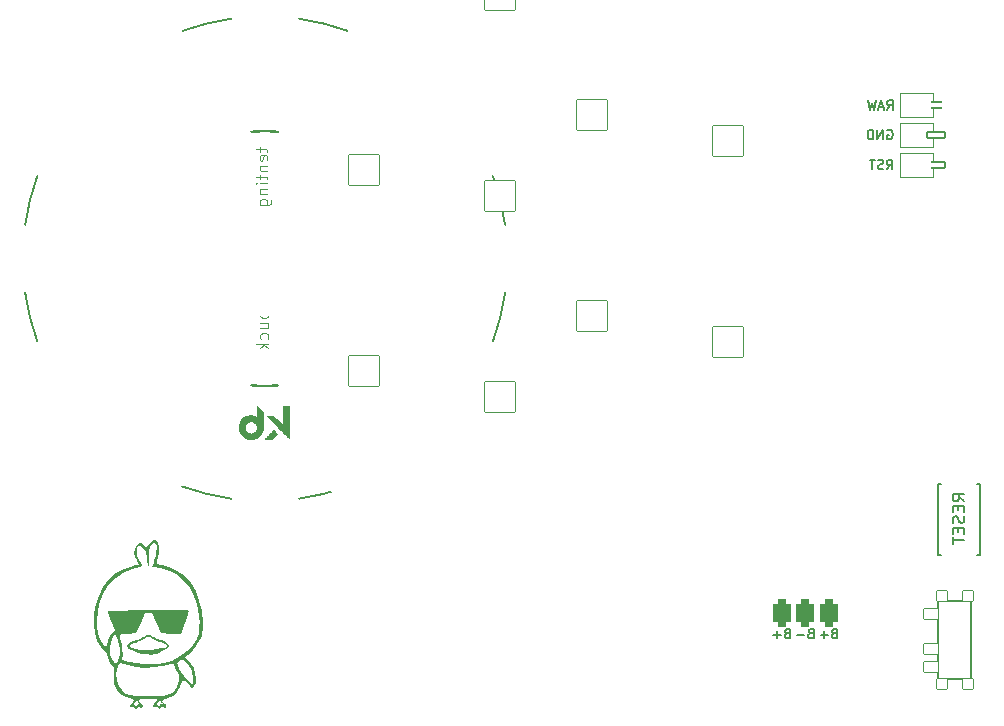
<source format=gbo>
%TF.GenerationSoftware,KiCad,Pcbnew,(6.0.4)*%
%TF.CreationDate,2022-05-12T20:10:23+02:00*%
%TF.ProjectId,battoota,62617474-6f6f-4746-912e-6b696361645f,v1.0.0*%
%TF.SameCoordinates,Original*%
%TF.FileFunction,Legend,Bot*%
%TF.FilePolarity,Positive*%
%FSLAX46Y46*%
G04 Gerber Fmt 4.6, Leading zero omitted, Abs format (unit mm)*
G04 Created by KiCad (PCBNEW (6.0.4)) date 2022-05-12 20:10:23*
%MOMM*%
%LPD*%
G01*
G04 APERTURE LIST*
G04 Aperture macros list*
%AMRoundRect*
0 Rectangle with rounded corners*
0 $1 Rounding radius*
0 $2 $3 $4 $5 $6 $7 $8 $9 X,Y pos of 4 corners*
0 Add a 4 corners polygon primitive as box body*
4,1,4,$2,$3,$4,$5,$6,$7,$8,$9,$2,$3,0*
0 Add four circle primitives for the rounded corners*
1,1,$1+$1,$2,$3*
1,1,$1+$1,$4,$5*
1,1,$1+$1,$6,$7*
1,1,$1+$1,$8,$9*
0 Add four rect primitives between the rounded corners*
20,1,$1+$1,$2,$3,$4,$5,0*
20,1,$1+$1,$4,$5,$6,$7,0*
20,1,$1+$1,$6,$7,$8,$9,0*
20,1,$1+$1,$8,$9,$2,$3,0*%
%AMFreePoly0*
4,1,16,0.685355,0.785355,0.700000,0.750000,0.691603,0.722265,0.210093,0.000000,0.691603,-0.722265,0.699029,-0.759806,0.677735,-0.791603,0.650000,-0.800000,-0.500000,-0.800000,-0.535355,-0.785355,-0.550000,-0.750000,-0.550000,0.750000,-0.535355,0.785355,-0.500000,0.800000,0.650000,0.800000,0.685355,0.785355,0.685355,0.785355,$1*%
%AMFreePoly1*
4,1,16,0.535355,0.785355,0.550000,0.750000,0.550000,-0.750000,0.535355,-0.785355,0.500000,-0.800000,-0.500000,-0.800000,-0.535355,-0.785355,-0.541603,-0.777735,-1.041603,-0.027735,-1.049029,0.009806,-1.041603,0.027735,-0.541603,0.777735,-0.509806,0.799029,-0.500000,0.800000,0.500000,0.800000,0.535355,0.785355,0.535355,0.785355,$1*%
G04 Aperture macros list end*
%ADD10C,0.150000*%
%ADD11C,0.100000*%
%ADD12C,0.120000*%
%ADD13C,0.200000*%
%ADD14C,0.010000*%
%ADD15RoundRect,0.375000X-0.375000X-0.750000X0.375000X-0.750000X0.375000X0.750000X-0.375000X0.750000X0*%
%ADD16C,1.752600*%
%ADD17RoundRect,0.425000X-0.375000X-0.750000X0.375000X-0.750000X0.375000X0.750000X-0.375000X0.750000X0*%
%ADD18C,2.100000*%
%ADD19C,3.100000*%
%ADD20C,1.801800*%
%ADD21C,3.529000*%
%ADD22RoundRect,0.050000X-1.054507X-1.505993X1.505993X-1.054507X1.054507X1.505993X-1.505993X1.054507X0*%
%ADD23C,2.132000*%
%ADD24RoundRect,0.050000X-1.181751X-1.408356X1.408356X-1.181751X1.181751X1.408356X-1.408356X1.181751X0*%
%ADD25RoundRect,0.050000X-1.300000X-1.300000X1.300000X-1.300000X1.300000X1.300000X-1.300000X1.300000X0*%
%ADD26RoundRect,0.050000X-1.775833X-0.475833X0.475833X-1.775833X1.775833X0.475833X-0.475833X1.775833X0*%
%ADD27RoundRect,0.050000X-0.450000X0.450000X-0.450000X-0.450000X0.450000X-0.450000X0.450000X0.450000X0*%
%ADD28C,1.100000*%
%ADD29RoundRect,0.050000X-0.625000X0.450000X-0.625000X-0.450000X0.625000X-0.450000X0.625000X0.450000X0*%
%ADD30RoundRect,0.050000X-0.863113X-1.623279X1.623279X-0.863113X0.863113X1.623279X-1.623279X0.863113X0*%
%ADD31RoundRect,0.050000X-1.592168X-0.919239X0.919239X-1.592168X1.592168X0.919239X-0.919239X1.592168X0*%
%ADD32C,1.852600*%
%ADD33FreePoly0,180.000000*%
%ADD34RoundRect,0.050000X-0.762000X0.250000X-0.762000X-0.250000X0.762000X-0.250000X0.762000X0.250000X0*%
%ADD35FreePoly1,180.000000*%
%ADD36C,4.500000*%
G04 APERTURE END LIST*
D10*
%TO.C,PAD1*%
X151983491Y56420824D02*
X151869205Y56382729D01*
X151831110Y56344634D01*
X151793015Y56268443D01*
X151793015Y56154158D01*
X151831110Y56077967D01*
X151869205Y56039872D01*
X151945396Y56001777D01*
X152250157Y56001777D01*
X152250157Y56801777D01*
X151983491Y56801777D01*
X151907300Y56763682D01*
X151869205Y56725586D01*
X151831110Y56649396D01*
X151831110Y56573205D01*
X151869205Y56497015D01*
X151907300Y56458920D01*
X151983491Y56420824D01*
X152250157Y56420824D01*
X151450157Y56306539D02*
X150840634Y56306539D01*
X151145396Y56001777D02*
X151145396Y56611301D01*
X147983491Y56420824D02*
X147869205Y56382729D01*
X147831110Y56344634D01*
X147793015Y56268443D01*
X147793015Y56154158D01*
X147831110Y56077967D01*
X147869205Y56039872D01*
X147945396Y56001777D01*
X148250157Y56001777D01*
X148250157Y56801777D01*
X147983491Y56801777D01*
X147907300Y56763682D01*
X147869205Y56725586D01*
X147831110Y56649396D01*
X147831110Y56573205D01*
X147869205Y56497015D01*
X147907300Y56458920D01*
X147983491Y56420824D01*
X148250157Y56420824D01*
X147450157Y56306539D02*
X146840634Y56306539D01*
X147145396Y56001777D02*
X147145396Y56611301D01*
X149983491Y56420824D02*
X149869205Y56382729D01*
X149831110Y56344634D01*
X149793015Y56268443D01*
X149793015Y56154158D01*
X149831110Y56077967D01*
X149869205Y56039872D01*
X149945396Y56001777D01*
X150250157Y56001777D01*
X150250157Y56801777D01*
X149983491Y56801777D01*
X149907300Y56763682D01*
X149869205Y56725586D01*
X149831110Y56649396D01*
X149831110Y56573205D01*
X149869205Y56497015D01*
X149907300Y56458920D01*
X149983491Y56420824D01*
X150250157Y56420824D01*
X149450157Y56306539D02*
X148840634Y56306539D01*
%TO.C,B1*%
X163012380Y67619380D02*
X162536190Y67952714D01*
X163012380Y68190809D02*
X162012380Y68190809D01*
X162012380Y67809857D01*
X162060000Y67714619D01*
X162107619Y67667000D01*
X162202857Y67619380D01*
X162345714Y67619380D01*
X162440952Y67667000D01*
X162488571Y67714619D01*
X162536190Y67809857D01*
X162536190Y68190809D01*
X162488571Y67190809D02*
X162488571Y66857476D01*
X163012380Y66714619D02*
X163012380Y67190809D01*
X162012380Y67190809D01*
X162012380Y66714619D01*
X162964761Y66333666D02*
X163012380Y66190809D01*
X163012380Y65952714D01*
X162964761Y65857476D01*
X162917142Y65809857D01*
X162821904Y65762238D01*
X162726666Y65762238D01*
X162631428Y65809857D01*
X162583809Y65857476D01*
X162536190Y65952714D01*
X162488571Y66143190D01*
X162440952Y66238428D01*
X162393333Y66286047D01*
X162298095Y66333666D01*
X162202857Y66333666D01*
X162107619Y66286047D01*
X162060000Y66238428D01*
X162012380Y66143190D01*
X162012380Y65905095D01*
X162060000Y65762238D01*
X162488571Y65333666D02*
X162488571Y65000333D01*
X163012380Y64857476D02*
X163012380Y65333666D01*
X162012380Y65333666D01*
X162012380Y64857476D01*
X162012380Y64571761D02*
X162012380Y64000333D01*
X163012380Y64286047D02*
X162012380Y64286047D01*
%TO.C,MCU1*%
X156461797Y100746264D02*
X156728464Y101127216D01*
X156918940Y100746264D02*
X156918940Y101546264D01*
X156614178Y101546264D01*
X156537988Y101508169D01*
X156499893Y101470073D01*
X156461797Y101393883D01*
X156461797Y101279597D01*
X156499893Y101203407D01*
X156537988Y101165311D01*
X156614178Y101127216D01*
X156918940Y101127216D01*
X156157036Y100974835D02*
X155776083Y100974835D01*
X156233226Y100746264D02*
X155966559Y101546264D01*
X155699893Y100746264D01*
X155509417Y101546264D02*
X155318940Y100746264D01*
X155166559Y101317692D01*
X155014178Y100746264D01*
X154823702Y101546264D01*
X156424534Y95708696D02*
X156691200Y96089648D01*
X156881677Y95708696D02*
X156881677Y96508696D01*
X156576915Y96508696D01*
X156500724Y96470601D01*
X156462629Y96432505D01*
X156424534Y96356315D01*
X156424534Y96242029D01*
X156462629Y96165839D01*
X156500724Y96127743D01*
X156576915Y96089648D01*
X156881677Y96089648D01*
X156119772Y95746791D02*
X156005486Y95708696D01*
X155815010Y95708696D01*
X155738819Y95746791D01*
X155700724Y95784886D01*
X155662629Y95861077D01*
X155662629Y95937267D01*
X155700724Y96013458D01*
X155738819Y96051553D01*
X155815010Y96089648D01*
X155967391Y96127743D01*
X156043581Y96165839D01*
X156081677Y96203934D01*
X156119772Y96280124D01*
X156119772Y96356315D01*
X156081677Y96432505D01*
X156043581Y96470601D01*
X155967391Y96508696D01*
X155776915Y96508696D01*
X155662629Y96470601D01*
X155434058Y96508696D02*
X154976915Y96508696D01*
X155205486Y95708696D02*
X155205486Y96508696D01*
X156481677Y99010601D02*
X156557868Y99048696D01*
X156672154Y99048696D01*
X156786439Y99010601D01*
X156862630Y98934410D01*
X156900725Y98858220D01*
X156938820Y98705839D01*
X156938820Y98591553D01*
X156900725Y98439172D01*
X156862630Y98362981D01*
X156786439Y98286791D01*
X156672154Y98248696D01*
X156595963Y98248696D01*
X156481677Y98286791D01*
X156443582Y98324886D01*
X156443582Y98591553D01*
X156595963Y98591553D01*
X156100725Y98248696D02*
X156100725Y99048696D01*
X155643582Y98248696D01*
X155643582Y99048696D01*
X155262630Y98248696D02*
X155262630Y99048696D01*
X155072154Y99048696D01*
X154957868Y99010601D01*
X154881677Y98934410D01*
X154843582Y98858220D01*
X154805487Y98705839D01*
X154805487Y98591553D01*
X154843582Y98439172D01*
X154881677Y98362981D01*
X154957868Y98286791D01*
X155072154Y98248696D01*
X155262630Y98248696D01*
D11*
%TO.C,REF\u002A\u002A*%
X103328934Y97562927D02*
X103328934Y97181974D01*
X102995600Y97420069D02*
X103852743Y97420069D01*
X103947981Y97372450D01*
X103995600Y97277212D01*
X103995600Y97181974D01*
X103947981Y96467688D02*
X103995600Y96562927D01*
X103995600Y96753403D01*
X103947981Y96848641D01*
X103852743Y96896260D01*
X103471791Y96896260D01*
X103376553Y96848641D01*
X103328934Y96753403D01*
X103328934Y96562927D01*
X103376553Y96467688D01*
X103471791Y96420069D01*
X103567029Y96420069D01*
X103662267Y96896260D01*
X103328934Y95991498D02*
X103995600Y95991498D01*
X103424172Y95991498D02*
X103376553Y95943879D01*
X103328934Y95848641D01*
X103328934Y95705784D01*
X103376553Y95610546D01*
X103471791Y95562927D01*
X103995600Y95562927D01*
X103328934Y95229593D02*
X103328934Y94848641D01*
X102995600Y95086736D02*
X103852743Y95086736D01*
X103947981Y95039117D01*
X103995600Y94943879D01*
X103995600Y94848641D01*
X103995600Y94515307D02*
X103328934Y94515307D01*
X102995600Y94515307D02*
X103043220Y94562927D01*
X103090839Y94515307D01*
X103043220Y94467688D01*
X102995600Y94515307D01*
X103090839Y94515307D01*
X103328934Y94039117D02*
X103995600Y94039117D01*
X103424172Y94039117D02*
X103376553Y93991498D01*
X103328934Y93896260D01*
X103328934Y93753403D01*
X103376553Y93658165D01*
X103471791Y93610546D01*
X103995600Y93610546D01*
X103328934Y92705784D02*
X104138458Y92705784D01*
X104233696Y92753403D01*
X104281315Y92801022D01*
X104328934Y92896260D01*
X104328934Y93039117D01*
X104281315Y93134355D01*
X103947981Y92705784D02*
X103995600Y92801022D01*
X103995600Y92991498D01*
X103947981Y93086736D01*
X103900362Y93134355D01*
X103805124Y93181974D01*
X103519410Y93181974D01*
X103424172Y93134355D01*
X103376553Y93086736D01*
X103328934Y92991498D01*
X103328934Y92801022D01*
X103376553Y92705784D01*
X103392434Y83608927D02*
X104392434Y83608927D01*
X103440053Y83608927D02*
X103392434Y83513688D01*
X103392434Y83323212D01*
X103440053Y83227974D01*
X103487672Y83180355D01*
X103582910Y83132736D01*
X103868624Y83132736D01*
X103963862Y83180355D01*
X104011481Y83227974D01*
X104059100Y83323212D01*
X104059100Y83513688D01*
X104011481Y83608927D01*
X103392434Y82275593D02*
X104059100Y82275593D01*
X103392434Y82704165D02*
X103916243Y82704165D01*
X104011481Y82656546D01*
X104059100Y82561307D01*
X104059100Y82418450D01*
X104011481Y82323212D01*
X103963862Y82275593D01*
X104011481Y81370831D02*
X104059100Y81466069D01*
X104059100Y81656546D01*
X104011481Y81751784D01*
X103963862Y81799403D01*
X103868624Y81847022D01*
X103582910Y81847022D01*
X103487672Y81799403D01*
X103440053Y81751784D01*
X103392434Y81656546D01*
X103392434Y81466069D01*
X103440053Y81370831D01*
X104059100Y80942260D02*
X103059100Y80942260D01*
X103678148Y80847022D02*
X104059100Y80561307D01*
X103392434Y80561307D02*
X103773386Y80942260D01*
D10*
%TO.C,B1*%
X164310000Y63040000D02*
X164060000Y63040000D01*
X164310000Y69040000D02*
X164310000Y63040000D01*
X160810000Y69040000D02*
X161060000Y69040000D01*
X161060000Y63040000D02*
X160810000Y63040000D01*
X160810000Y63040000D02*
X160810000Y69040000D01*
X164060000Y69040000D02*
X164310000Y69040000D01*
%TO.C,T2*%
X163592148Y53899495D02*
X163592148Y57799495D01*
X160742148Y52549495D02*
X163592148Y52549495D01*
X163592148Y59149495D02*
X160742148Y59149495D01*
X160742148Y59149495D02*
X160742148Y52549495D01*
X163592148Y55849495D02*
X163592148Y59149495D01*
X163592148Y55849495D02*
X163592148Y52549495D01*
D12*
%TO.C,MCU1*%
X160318690Y98922542D02*
X160318690Y99602542D01*
X160318690Y95062542D02*
X160318690Y95722542D01*
X160318690Y102142542D02*
X157518690Y102142542D01*
X157518690Y102142542D02*
X157518690Y100142542D01*
X160318690Y96397542D02*
X160318690Y97062542D01*
X157518690Y95062542D02*
X160318690Y95062542D01*
X160318690Y100142542D02*
X160318690Y100822542D01*
X157518690Y97062542D02*
X157518690Y95062542D01*
X160318690Y99602542D02*
X157518690Y99602542D01*
X160318690Y97062542D02*
X157518690Y97062542D01*
X160318690Y101472542D02*
X160318690Y102142542D01*
X160318690Y97602542D02*
X160318690Y98272542D01*
X157518690Y99602542D02*
X157518690Y97602542D01*
X157518690Y97602542D02*
X160318690Y97602542D01*
X157518690Y100142542D02*
X160318690Y100142542D01*
D13*
%TO.C,REF\u002A\u002A*%
X103797220Y77346426D02*
G75*
G03*
X104925605Y77405563I0J10794901D01*
G01*
X103715684Y98963368D02*
G75*
G03*
X102587299Y98904232I-6J-10794921D01*
G01*
X84511085Y95149471D02*
G75*
G03*
X83477220Y90998927I19286255J-7008074D01*
G01*
X104925605Y98877290D02*
G75*
G03*
X103797220Y98936427I-1128385J-10735763D01*
G01*
X102668835Y77405563D02*
G75*
G03*
X103797220Y77346427I1128379J10735785D01*
G01*
X110805269Y107427560D02*
G75*
G03*
X106654720Y108461427I-7008049J-19286133D01*
G01*
X123083354Y81133379D02*
G75*
G03*
X124117220Y85283927I-19286134J7008048D01*
G01*
X104844069Y98904232D02*
G75*
G03*
X103715684Y98963368I-1128379J-10735785D01*
G01*
X96789175Y68855292D02*
G75*
G03*
X100939720Y67821427I7008045J19286135D01*
G01*
X106654720Y67821427D02*
G75*
G03*
X110805265Y68855292I-2857506J20320019D01*
G01*
X83477219Y85283927D02*
G75*
G03*
X84511085Y81133381I20320001J2857500D01*
G01*
X100939720Y108461428D02*
G75*
G03*
X96789174Y107427562I2857500J-20320001D01*
G01*
X103715684Y77373368D02*
G75*
G03*
X104844069Y77432504I6J10794921D01*
G01*
X102587299Y77432504D02*
G75*
G03*
X103715684Y77373368I1128379J10735785D01*
G01*
X124117220Y90998927D02*
G75*
G03*
X123083354Y95149475I-20320000J-2857500D01*
G01*
X103797220Y98936427D02*
G75*
G03*
X102668835Y98877291I-6J-10794921D01*
G01*
G36*
X105796636Y72942012D02*
G01*
X105705792Y73034288D01*
X105692011Y73048284D01*
X105660150Y73080637D01*
X105614203Y73127291D01*
X105555387Y73187009D01*
X105484920Y73258554D01*
X105404021Y73340691D01*
X105313906Y73432184D01*
X105215794Y73531795D01*
X105110902Y73638288D01*
X105000448Y73750428D01*
X104885649Y73866977D01*
X104767724Y73986700D01*
X103920500Y74846837D01*
X104208868Y74849930D01*
X104497236Y74853024D01*
X105300182Y74050324D01*
X105300182Y75683882D01*
X105796636Y75683882D01*
X105796636Y72942012D01*
G37*
D14*
X105796636Y72942012D02*
X105705792Y73034288D01*
X105692011Y73048284D01*
X105660150Y73080637D01*
X105614203Y73127291D01*
X105555387Y73187009D01*
X105484920Y73258554D01*
X105404021Y73340691D01*
X105313906Y73432184D01*
X105215794Y73531795D01*
X105110902Y73638288D01*
X105000448Y73750428D01*
X104885649Y73866977D01*
X104767724Y73986700D01*
X103920500Y74846837D01*
X104208868Y74849930D01*
X104497236Y74853024D01*
X105300182Y74050324D01*
X105300182Y75683882D01*
X105796636Y75683882D01*
X105796636Y72942012D01*
G36*
X103593401Y73738004D02*
G01*
X103590788Y73709609D01*
X103581919Y73663159D01*
X103544366Y73535999D01*
X103489200Y73410136D01*
X103419508Y73291954D01*
X103338377Y73187834D01*
X103329983Y73178668D01*
X103221671Y73078342D01*
X103099251Y72994345D01*
X102966078Y72928366D01*
X102825510Y72882091D01*
X102680902Y72857210D01*
X102580656Y72852727D01*
X102432235Y72864126D01*
X102288816Y72896379D01*
X102152580Y72948402D01*
X102025705Y73019116D01*
X101910372Y73107438D01*
X101808759Y73212287D01*
X101723047Y73332580D01*
X101665792Y73439499D01*
X101612647Y73578735D01*
X101581291Y73723299D01*
X101574787Y73819663D01*
X102070026Y73819663D01*
X102070308Y73814373D01*
X102074626Y73759070D01*
X102081983Y73716778D01*
X102094628Y73678170D01*
X102114809Y73633924D01*
X102136297Y73595597D01*
X102177782Y73536803D01*
X102225839Y73481347D01*
X102275162Y73435153D01*
X102320448Y73404149D01*
X102336615Y73396373D01*
X102377520Y73379013D01*
X102420517Y73362927D01*
X102493344Y73343639D01*
X102597045Y73335118D01*
X102698586Y73347912D01*
X102795372Y73381044D01*
X102884804Y73433537D01*
X102964285Y73504414D01*
X103031219Y73592697D01*
X103059873Y73646842D01*
X103090305Y73740861D01*
X103100877Y73838410D01*
X103092571Y73936358D01*
X103066369Y74031571D01*
X103023256Y74120918D01*
X102964213Y74201264D01*
X102890223Y74269478D01*
X102802271Y74322427D01*
X102788268Y74328713D01*
X102689922Y74359338D01*
X102588570Y74369520D01*
X102487666Y74360200D01*
X102390667Y74332322D01*
X102301031Y74286826D01*
X102222214Y74224656D01*
X102157672Y74146752D01*
X102139902Y74118223D01*
X102096250Y74024800D01*
X102073394Y73926908D01*
X102070026Y73819663D01*
X101574787Y73819663D01*
X101571000Y73875777D01*
X101574561Y73965447D01*
X101597242Y74115726D01*
X101639994Y74257695D01*
X101701804Y74389680D01*
X101781662Y74510005D01*
X101878556Y74616994D01*
X101991476Y74708974D01*
X102119409Y74784267D01*
X102189260Y74816906D01*
X102264398Y74846123D01*
X102336050Y74865615D01*
X102412533Y74877552D01*
X102502168Y74884104D01*
X102519980Y74884772D01*
X102659181Y74878334D01*
X102789564Y74850658D01*
X102911780Y74801554D01*
X103026477Y74730832D01*
X103050611Y74713630D01*
X103075457Y74697287D01*
X103087888Y74690973D01*
X103088796Y74695003D01*
X103090245Y74718810D01*
X103091572Y74761933D01*
X103092741Y74822008D01*
X103093717Y74896670D01*
X103094467Y74983556D01*
X103094956Y75080301D01*
X103095148Y75184541D01*
X103095296Y75678109D01*
X103603000Y75168083D01*
X103602913Y74476369D01*
X103602910Y74464633D01*
X103602649Y74314159D01*
X103601985Y74176887D01*
X103600941Y74054231D01*
X103599538Y73947602D01*
X103597799Y73858413D01*
X103597215Y73838410D01*
X103595746Y73788076D01*
X103593401Y73738004D01*
G37*
X103593401Y73738004D02*
X103590788Y73709609D01*
X103581919Y73663159D01*
X103544366Y73535999D01*
X103489200Y73410136D01*
X103419508Y73291954D01*
X103338377Y73187834D01*
X103329983Y73178668D01*
X103221671Y73078342D01*
X103099251Y72994345D01*
X102966078Y72928366D01*
X102825510Y72882091D01*
X102680902Y72857210D01*
X102580656Y72852727D01*
X102432235Y72864126D01*
X102288816Y72896379D01*
X102152580Y72948402D01*
X102025705Y73019116D01*
X101910372Y73107438D01*
X101808759Y73212287D01*
X101723047Y73332580D01*
X101665792Y73439499D01*
X101612647Y73578735D01*
X101581291Y73723299D01*
X101574787Y73819663D01*
X102070026Y73819663D01*
X102070308Y73814373D01*
X102074626Y73759070D01*
X102081983Y73716778D01*
X102094628Y73678170D01*
X102114809Y73633924D01*
X102136297Y73595597D01*
X102177782Y73536803D01*
X102225839Y73481347D01*
X102275162Y73435153D01*
X102320448Y73404149D01*
X102336615Y73396373D01*
X102377520Y73379013D01*
X102420517Y73362927D01*
X102493344Y73343639D01*
X102597045Y73335118D01*
X102698586Y73347912D01*
X102795372Y73381044D01*
X102884804Y73433537D01*
X102964285Y73504414D01*
X103031219Y73592697D01*
X103059873Y73646842D01*
X103090305Y73740861D01*
X103100877Y73838410D01*
X103092571Y73936358D01*
X103066369Y74031571D01*
X103023256Y74120918D01*
X102964213Y74201264D01*
X102890223Y74269478D01*
X102802271Y74322427D01*
X102788268Y74328713D01*
X102689922Y74359338D01*
X102588570Y74369520D01*
X102487666Y74360200D01*
X102390667Y74332322D01*
X102301031Y74286826D01*
X102222214Y74224656D01*
X102157672Y74146752D01*
X102139902Y74118223D01*
X102096250Y74024800D01*
X102073394Y73926908D01*
X102070026Y73819663D01*
X101574787Y73819663D01*
X101571000Y73875777D01*
X101574561Y73965447D01*
X101597242Y74115726D01*
X101639994Y74257695D01*
X101701804Y74389680D01*
X101781662Y74510005D01*
X101878556Y74616994D01*
X101991476Y74708974D01*
X102119409Y74784267D01*
X102189260Y74816906D01*
X102264398Y74846123D01*
X102336050Y74865615D01*
X102412533Y74877552D01*
X102502168Y74884104D01*
X102519980Y74884772D01*
X102659181Y74878334D01*
X102789564Y74850658D01*
X102911780Y74801554D01*
X103026477Y74730832D01*
X103050611Y74713630D01*
X103075457Y74697287D01*
X103087888Y74690973D01*
X103088796Y74695003D01*
X103090245Y74718810D01*
X103091572Y74761933D01*
X103092741Y74822008D01*
X103093717Y74896670D01*
X103094467Y74983556D01*
X103094956Y75080301D01*
X103095148Y75184541D01*
X103095296Y75678109D01*
X103603000Y75168083D01*
X103602913Y74476369D01*
X103602910Y74464633D01*
X103602649Y74314159D01*
X103601985Y74176887D01*
X103600941Y74054231D01*
X103599538Y73947602D01*
X103597799Y73858413D01*
X103597215Y73838410D01*
X103595746Y73788076D01*
X103593401Y73738004D01*
G36*
X104502868Y73651699D02*
G01*
X104515097Y73641651D01*
X104540579Y73618031D01*
X104576726Y73583318D01*
X104620950Y73539993D01*
X104670663Y73490538D01*
X104831698Y73329194D01*
X104797816Y73291379D01*
X104794639Y73287887D01*
X104772771Y73264678D01*
X104738425Y73228932D01*
X104694609Y73183752D01*
X104644326Y73132239D01*
X104590584Y73077496D01*
X104417234Y72901427D01*
X103797220Y72901427D01*
X103825521Y72935062D01*
X103827814Y72937753D01*
X103848482Y72960982D01*
X103881240Y72996822D01*
X103924100Y73043167D01*
X103975072Y73097910D01*
X104032168Y73158945D01*
X104093398Y73224164D01*
X104156773Y73291462D01*
X104220306Y73358732D01*
X104282005Y73423867D01*
X104339884Y73484761D01*
X104391951Y73539307D01*
X104436220Y73585399D01*
X104470699Y73620930D01*
X104493402Y73643793D01*
X104502337Y73651882D01*
X104502868Y73651699D01*
G37*
X104502868Y73651699D02*
X104515097Y73641651D01*
X104540579Y73618031D01*
X104576726Y73583318D01*
X104620950Y73539993D01*
X104670663Y73490538D01*
X104831698Y73329194D01*
X104797816Y73291379D01*
X104794639Y73287887D01*
X104772771Y73264678D01*
X104738425Y73228932D01*
X104694609Y73183752D01*
X104644326Y73132239D01*
X104590584Y73077496D01*
X104417234Y72901427D01*
X103797220Y72901427D01*
X103825521Y72935062D01*
X103827814Y72937753D01*
X103848482Y72960982D01*
X103881240Y72996822D01*
X103924100Y73043167D01*
X103975072Y73097910D01*
X104032168Y73158945D01*
X104093398Y73224164D01*
X104156773Y73291462D01*
X104220306Y73358732D01*
X104282005Y73423867D01*
X104339884Y73484761D01*
X104391951Y73539307D01*
X104436220Y73585399D01*
X104470699Y73620930D01*
X104493402Y73643793D01*
X104502337Y73651882D01*
X104502868Y73651699D01*
%TO.C,G\u002A\u002A\u002A*%
G36*
X94630151Y54707570D02*
G01*
X94396858Y54643258D01*
X94146747Y54624050D01*
X93810667Y54635225D01*
X93526219Y54656367D01*
X93256312Y54699910D01*
X93120476Y54741218D01*
X93661943Y54741218D01*
X93712212Y54724332D01*
X93895333Y54717727D01*
X94019582Y54720197D01*
X94125956Y54733481D01*
X94085833Y54754419D01*
X93951551Y54768426D01*
X93704833Y54754419D01*
X93661943Y54741218D01*
X93120476Y54741218D01*
X92994058Y54779662D01*
X92876275Y54830486D01*
X94341597Y54830486D01*
X94342908Y54801584D01*
X94452722Y54786018D01*
X94535945Y54799576D01*
X94503875Y54837170D01*
X94454914Y54850698D01*
X94341597Y54830486D01*
X92876275Y54830486D01*
X92687996Y54911729D01*
X92286667Y55112217D01*
X92208282Y55183879D01*
X92132425Y55360900D01*
X92132991Y55368759D01*
X92339283Y55368759D01*
X92397983Y55253540D01*
X92625333Y55143946D01*
X92847118Y55090411D01*
X93223604Y55048327D01*
X93664575Y55034937D01*
X94131166Y55047895D01*
X94584513Y55084850D01*
X94985752Y55143456D01*
X95296017Y55221363D01*
X95476445Y55316223D01*
X95492870Y55337106D01*
X95467648Y55440963D01*
X95285368Y55554542D01*
X94955354Y55671486D01*
X94780003Y55729272D01*
X94492971Y55850367D01*
X94290142Y55968931D01*
X94063133Y56096450D01*
X93778078Y56113650D01*
X93516467Y55966671D01*
X93392165Y55880634D01*
X93135190Y55755590D01*
X92833677Y55645696D01*
X92725675Y55610865D01*
X92448694Y55488302D01*
X92339283Y55368759D01*
X92132991Y55368759D01*
X92140521Y55473243D01*
X92240681Y55587134D01*
X92471092Y55710227D01*
X92577253Y55755334D01*
X92833403Y55842614D01*
X93021004Y55878141D01*
X93048079Y55880318D01*
X93244595Y55951562D01*
X93456560Y56091667D01*
X93505819Y56131487D01*
X93779808Y56277658D01*
X94047205Y56267960D01*
X94345483Y56102867D01*
X94364727Y56089006D01*
X94645319Y55941058D01*
X94941455Y55852737D01*
X95061155Y55830092D01*
X95379092Y55717187D01*
X95594233Y55556210D01*
X95673333Y55369127D01*
X95669109Y55337106D01*
X95668339Y55331266D01*
X95588156Y55214183D01*
X95392697Y55076498D01*
X95059500Y54901081D01*
X94915777Y54831706D01*
X94841849Y54799576D01*
X94689770Y54733481D01*
X94630151Y54707570D01*
G37*
G36*
X97799442Y51985333D02*
G01*
X97620028Y51773667D01*
X97429847Y51994905D01*
X97238073Y52186204D01*
X97023991Y52353234D01*
X96808316Y52490324D01*
X96707046Y52111686D01*
X96629659Y51887333D01*
X96366231Y51462822D01*
X95994214Y51144981D01*
X95540861Y50960708D01*
X95290623Y50892245D01*
X95117737Y50798440D01*
X95105769Y50691711D01*
X95250000Y50565649D01*
X95352742Y50466672D01*
X95378027Y50400075D01*
X95419333Y50291283D01*
X95407101Y50168285D01*
X95337061Y50132079D01*
X95168231Y50205783D01*
X95044914Y50243962D01*
X94964787Y50163450D01*
X94913787Y50081950D01*
X94793044Y50046823D01*
X94691542Y50155644D01*
X94639140Y50215602D01*
X94482532Y50230436D01*
X94399061Y50222079D01*
X94322767Y50286006D01*
X94347863Y50399653D01*
X94516775Y50399653D01*
X94588529Y50406426D01*
X94675489Y50412391D01*
X94770055Y50308474D01*
X94782357Y50267625D01*
X94819397Y50234979D01*
X94870367Y50357285D01*
X94882796Y50393841D01*
X94950581Y50494172D01*
X95050721Y50451053D01*
X95122415Y50405425D01*
X95216964Y50400075D01*
X95205574Y50453346D01*
X95087918Y50542119D01*
X94978257Y50630734D01*
X94904649Y50781812D01*
X94890157Y50872713D01*
X94852119Y50800000D01*
X94777115Y50677619D01*
X94625970Y50516952D01*
X94578370Y50474588D01*
X94516775Y50399653D01*
X94347863Y50399653D01*
X94352613Y50421165D01*
X94488000Y50588333D01*
X94600721Y50708613D01*
X94657333Y50813122D01*
X94638058Y50829097D01*
X94491057Y50857605D01*
X94230892Y50877310D01*
X93895333Y50884667D01*
X93500743Y50875436D01*
X93243987Y50841712D01*
X93133063Y50776462D01*
X93156460Y50672668D01*
X93302667Y50523312D01*
X93412249Y50398914D01*
X93435969Y50339995D01*
X93472000Y50250496D01*
X93416192Y50147763D01*
X93289393Y50129312D01*
X93172536Y50212400D01*
X93114992Y50241809D01*
X93003905Y50148900D01*
X92993052Y50134460D01*
X92887871Y50046615D01*
X92783433Y50101500D01*
X92715286Y50151084D01*
X92523733Y50207333D01*
X92469490Y50213637D01*
X92380726Y50295190D01*
X92401931Y50411615D01*
X92582325Y50411615D01*
X92641196Y50409547D01*
X92727380Y50413538D01*
X92813434Y50308474D01*
X92825393Y50257281D01*
X92862678Y50220838D01*
X92937544Y50330334D01*
X92972231Y50386915D01*
X93058980Y50448307D01*
X93188640Y50375229D01*
X93250894Y50330200D01*
X93265299Y50339995D01*
X93165277Y50463896D01*
X93025462Y50647764D01*
X92939127Y50800000D01*
X92938865Y50800718D01*
X92900071Y50877530D01*
X92886018Y50789160D01*
X92832576Y50660603D01*
X92688833Y50509234D01*
X92669500Y50494616D01*
X92582325Y50411615D01*
X92401931Y50411615D01*
X92405276Y50429982D01*
X92540667Y50565649D01*
X92631006Y50631564D01*
X92701167Y50756732D01*
X92606699Y50856951D01*
X92350167Y50927352D01*
X92337828Y50929377D01*
X91861255Y51091629D01*
X91460784Y51391861D01*
X91171089Y51804285D01*
X91087814Y51998086D01*
X91023345Y52239840D01*
X90993408Y52536258D01*
X90988903Y52944280D01*
X90988860Y52981843D01*
X91209666Y52981843D01*
X91243855Y52458080D01*
X91403259Y51986486D01*
X91675834Y51597674D01*
X92049535Y51322256D01*
X92087740Y51303624D01*
X92276097Y51225150D01*
X92480546Y51170693D01*
X92739395Y51134516D01*
X93090955Y51110884D01*
X93573535Y51094059D01*
X94144697Y51085675D01*
X94763194Y51103676D01*
X95251581Y51160229D01*
X95630819Y51261432D01*
X95921870Y51413383D01*
X96145694Y51622178D01*
X96323254Y51893915D01*
X96424529Y52130475D01*
X96506471Y52510221D01*
X96495436Y52859890D01*
X96388576Y53125717D01*
X96373639Y53146821D01*
X96266099Y53356554D01*
X96176048Y53613628D01*
X96118673Y53792155D01*
X96046930Y53880658D01*
X95944947Y53858602D01*
X95924596Y53849158D01*
X95746335Y53789770D01*
X95464680Y53713483D01*
X95130784Y53634382D01*
X95065628Y53620603D01*
X94366584Y53533659D01*
X93602673Y53530520D01*
X92846225Y53608041D01*
X92169571Y53763080D01*
X91877909Y53846803D01*
X91618710Y53880246D01*
X91452449Y53816468D01*
X91344247Y53638916D01*
X91259226Y53331036D01*
X91209666Y52981843D01*
X90988860Y52981843D01*
X90988570Y53237704D01*
X90973264Y53515229D01*
X90937135Y53672581D01*
X90876186Y53737889D01*
X90832845Y53765392D01*
X90703348Y53921409D01*
X90570098Y54152370D01*
X90466010Y54396190D01*
X90424000Y54590787D01*
X90417492Y54631718D01*
X90326503Y54805426D01*
X90162447Y54996326D01*
X90006162Y55166417D01*
X90623034Y55166417D01*
X90677891Y54610457D01*
X90712798Y54490235D01*
X90833625Y54214049D01*
X90973471Y54018144D01*
X91171612Y53832000D01*
X91324621Y54065520D01*
X91331980Y54077211D01*
X91424587Y54337259D01*
X91472045Y54698011D01*
X91473874Y55100552D01*
X91429593Y55485965D01*
X91338723Y55795333D01*
X91324513Y55826852D01*
X91220312Y56070303D01*
X91146909Y56261000D01*
X91133108Y56298654D01*
X91086548Y56353984D01*
X91015508Y56294714D01*
X90892074Y56103603D01*
X90715494Y55709602D01*
X90623034Y55166417D01*
X90006162Y55166417D01*
X89931662Y55247498D01*
X89586687Y55808695D01*
X89368912Y56467274D01*
X89280310Y57211605D01*
X89291634Y57429453D01*
X89577333Y57429453D01*
X89591598Y56996053D01*
X89672256Y56449611D01*
X89836742Y55973902D01*
X90099358Y55516515D01*
X90311877Y55203765D01*
X90454579Y55717039D01*
X90512624Y55897483D01*
X90660243Y56225386D01*
X90822024Y56455054D01*
X91046766Y56679797D01*
X90767747Y57469373D01*
X90690937Y57692082D01*
X90594480Y57991971D01*
X90535123Y58204433D01*
X90523469Y58293691D01*
X90533327Y58296156D01*
X90669931Y58305891D01*
X90952109Y58317554D01*
X91361589Y58330639D01*
X91880102Y58344643D01*
X92489378Y58359060D01*
X93171145Y58373386D01*
X93907135Y58387118D01*
X94795177Y58401149D01*
X95579608Y58409805D01*
X96208620Y58411980D01*
X96689312Y58407606D01*
X97028786Y58396614D01*
X97234143Y58378938D01*
X97312483Y58354508D01*
X97307050Y58248229D01*
X97249196Y58017387D01*
X97148276Y57697411D01*
X97014266Y57322808D01*
X96659625Y56382404D01*
X95807568Y56406369D01*
X94955512Y56430333D01*
X94261764Y58123667D01*
X93601220Y58123667D01*
X93254393Y57277000D01*
X92907567Y56430333D01*
X92164569Y56405736D01*
X92121125Y56404380D01*
X91791435Y56396045D01*
X91586381Y56374134D01*
X91487795Y56308177D01*
X91477510Y56167705D01*
X91537359Y55922247D01*
X91649173Y55541333D01*
X91717659Y55233477D01*
X91720290Y55100552D01*
X91729460Y54637344D01*
X91676032Y54199020D01*
X92256516Y54013069D01*
X92381603Y53976360D01*
X92909152Y53870313D01*
X93513967Y53806463D01*
X94136441Y53787253D01*
X94716969Y53815128D01*
X95195943Y53892532D01*
X95246688Y53909326D01*
X96351494Y53909326D01*
X96390368Y53730301D01*
X96518490Y53441811D01*
X96708946Y53115634D01*
X96933603Y52799169D01*
X97164329Y52539817D01*
X97196620Y52510221D01*
X97369582Y52351693D01*
X97543381Y52209176D01*
X97635814Y52154667D01*
X97659990Y52167971D01*
X97696983Y52296558D01*
X97704551Y52522068D01*
X97685264Y52795410D01*
X97641694Y53067490D01*
X97576409Y53289213D01*
X97523846Y53397075D01*
X97350897Y53671777D01*
X97145022Y53932562D01*
X96977735Y54111678D01*
X96854785Y54204283D01*
X96744974Y54207257D01*
X96596613Y54140169D01*
X96584045Y54133534D01*
X96419054Y54015990D01*
X96351494Y53909326D01*
X95246688Y53909326D01*
X95885072Y54120600D01*
X96577636Y54472478D01*
X97178727Y54912535D01*
X97663451Y55422255D01*
X98006911Y55983122D01*
X98086050Y56163499D01*
X98172071Y56405438D01*
X98220933Y56648424D01*
X98242355Y56948489D01*
X98246059Y57361667D01*
X98233847Y57779333D01*
X98144551Y58506649D01*
X97955106Y59186223D01*
X97649351Y59886437D01*
X97444161Y60251778D01*
X96969924Y60864119D01*
X96392712Y61346115D01*
X95704860Y61703495D01*
X94898703Y61941985D01*
X94848022Y61952616D01*
X94556096Y62016566D01*
X94344460Y62067479D01*
X94255967Y62095145D01*
X94253630Y62102716D01*
X94279213Y62214187D01*
X94350757Y62407500D01*
X94426846Y62619207D01*
X94524172Y62978858D01*
X94595789Y63347712D01*
X94631429Y63669494D01*
X94620827Y63887926D01*
X94559249Y64018007D01*
X94397400Y64092667D01*
X94368545Y64090770D01*
X94202876Y63985839D01*
X94080976Y63726886D01*
X94005724Y63322946D01*
X93980000Y62783053D01*
X93973060Y62468386D01*
X93951015Y62210475D01*
X93920090Y62080986D01*
X93886732Y62089934D01*
X93857386Y62247336D01*
X93838501Y62563209D01*
X93811962Y62865990D01*
X93708895Y63278090D01*
X93543192Y63593086D01*
X93329296Y63776561D01*
X93236143Y63809953D01*
X93059528Y63789447D01*
X92955656Y63620138D01*
X92921667Y63298676D01*
X92969683Y62962479D01*
X93147334Y62640621D01*
X93284157Y62452524D01*
X93395912Y62237979D01*
X93371634Y62097781D01*
X93200337Y62003552D01*
X92871037Y61926916D01*
X92514894Y61842944D01*
X91790956Y61553262D01*
X91153053Y61128956D01*
X90610423Y60582637D01*
X90172300Y59926916D01*
X89847920Y59174405D01*
X89646519Y58337713D01*
X89577333Y57429453D01*
X89291634Y57429453D01*
X89322854Y58030057D01*
X89498516Y58910998D01*
X89714637Y59564422D01*
X90100594Y60336015D01*
X90591518Y60989912D01*
X91178665Y61516989D01*
X91853291Y61908122D01*
X92606652Y62154187D01*
X92820479Y62201611D01*
X93026705Y62250687D01*
X93116352Y62276777D01*
X93113828Y62297299D01*
X93049179Y62420230D01*
X92925852Y62612889D01*
X92787409Y62875491D01*
X92704290Y63251560D01*
X92747669Y63602480D01*
X92917818Y63884849D01*
X93037321Y63996981D01*
X93184764Y64076560D01*
X93334198Y64037237D01*
X93544308Y63878407D01*
X93798941Y63664147D01*
X93910637Y63896498D01*
X94042017Y64082620D01*
X94249381Y64256116D01*
X94383944Y64323239D01*
X94511315Y64328022D01*
X94651548Y64224903D01*
X94749675Y64085694D01*
X94821521Y63771329D01*
X94805796Y63344949D01*
X94701780Y62826604D01*
X94654589Y62630014D01*
X94618996Y62419930D01*
X94623079Y62320699D01*
X94692549Y62291120D01*
X94889183Y62236755D01*
X95159750Y62176064D01*
X95646798Y62044555D01*
X96358391Y61718224D01*
X96980856Y61258241D01*
X97507025Y60675014D01*
X97929730Y59978953D01*
X98241804Y59180466D01*
X98436078Y58289961D01*
X98502260Y57361667D01*
X98505384Y57317846D01*
X98505914Y57062525D01*
X98499961Y56708150D01*
X98478003Y56449785D01*
X98431675Y56240285D01*
X98352614Y56032507D01*
X98232459Y55779309D01*
X97973312Y55341863D01*
X97496756Y54796888D01*
X97038261Y54377850D01*
X97294885Y54134092D01*
X97535219Y53850123D01*
X97752833Y53458525D01*
X97897385Y53036541D01*
X97959553Y52623879D01*
X97951282Y52522068D01*
X97930013Y52260241D01*
X97799442Y51985333D01*
G37*
%TD*%
D15*
%TO.C,PAD1*%
X151545396Y58163682D03*
X149545396Y58163682D03*
X147545396Y58163682D03*
%TD*%
D16*
%TO.C,MCU1*%
X161977213Y98602542D03*
X161977213Y96062542D03*
X146737213Y96062542D03*
X146737213Y101226288D03*
X161977213Y101142542D03*
X146737213Y98602542D03*
X146737213Y93522542D03*
X146737213Y90982542D03*
X146737213Y88442542D03*
X146737213Y85902542D03*
X146737213Y83362542D03*
X146737213Y80822542D03*
X146737213Y78282542D03*
X146737213Y75742542D03*
X146737213Y73202542D03*
X161977213Y93522542D03*
X161977213Y90982542D03*
X161977213Y88442542D03*
X161977213Y85902542D03*
X161977213Y83362542D03*
X161977213Y80822542D03*
X161977213Y78282542D03*
X161977213Y75742542D03*
X161977213Y73202542D03*
%TD*%
%LPC*%
D17*
%TO.C,PAD1*%
X151545396Y58163682D03*
X149545396Y58163682D03*
X147545396Y58163682D03*
%TD*%
D18*
%TO.C,B1*%
X162560000Y69290000D03*
X162560000Y62790000D03*
%TD*%
D19*
%TO.C,S11*%
X75659968Y109306337D03*
X70353903Y110604673D03*
X70353903Y110604673D03*
D20*
X65970667Y103790002D03*
D19*
X65811891Y107569855D03*
D21*
X71387110Y104745067D03*
D20*
X76803553Y105700132D03*
D22*
X67128658Y110035975D03*
X78885213Y109875035D03*
%TD*%
D20*
%TO.C,S34*%
X157191785Y38610213D03*
D21*
X152428645Y41360213D03*
D20*
X147665505Y44110213D03*
D23*
X146198518Y40569316D03*
X154858772Y35569316D03*
X149478645Y36250663D03*
X149478645Y36250663D03*
%TD*%
D21*
%TO.C,S15*%
X94221643Y97114167D03*
D20*
X99700714Y97593524D03*
D19*
X98875782Y101285676D03*
X93703066Y103041525D03*
X93703066Y103041525D03*
X88913835Y100414118D03*
D20*
X88742572Y96634810D03*
D24*
X90440529Y102756090D03*
X102138320Y101571111D03*
%TD*%
D19*
%TO.C,S21*%
X115411087Y95636017D03*
D20*
X109911087Y89686017D03*
D19*
X115411087Y95636017D03*
X120411087Y93436017D03*
D20*
X120911087Y89686017D03*
D19*
X110411087Y93436017D03*
D21*
X115411087Y89686017D03*
D25*
X112136087Y95636017D03*
X123686087Y93436017D03*
%TD*%
D20*
%TO.C,S8*%
X71874705Y70306538D03*
X82707591Y72216668D03*
D21*
X77291148Y71261603D03*
D23*
X73026972Y66651093D03*
X82875050Y68387574D03*
X78315672Y65451237D03*
X78315672Y65451237D03*
%TD*%
D21*
%TO.C,S14*%
X95703291Y80178857D03*
D20*
X101182362Y80658214D03*
X90224220Y79699500D03*
D23*
X91053509Y75957538D03*
X101015456Y76829096D03*
X96217510Y74301308D03*
X96217510Y74301308D03*
%TD*%
D21*
%TO.C,S20*%
X115411087Y72686017D03*
D20*
X109911087Y72686017D03*
X120911087Y72686017D03*
D23*
X120411087Y68886017D03*
X110411087Y68886017D03*
X115411087Y66786017D03*
X115411087Y66786017D03*
%TD*%
D20*
%TO.C,S28*%
X129228078Y77354137D03*
X140228078Y77354137D03*
D21*
X134728078Y77354137D03*
D23*
X129728078Y73554137D03*
X139728078Y73554137D03*
X134728078Y71454137D03*
X134728078Y71454137D03*
%TD*%
D19*
%TO.C,S29*%
X134728078Y100304137D03*
X134728078Y100304137D03*
D20*
X140228078Y94354137D03*
D21*
X134728078Y94354137D03*
D19*
X139728078Y98104137D03*
X129728078Y98104137D03*
D20*
X129228078Y94354137D03*
D25*
X131453078Y100304137D03*
X143003078Y98104137D03*
%TD*%
D21*
%TO.C,S33*%
X152428645Y41360213D03*
D19*
X155403645Y46513064D03*
X149973518Y47107808D03*
D20*
X147665505Y44110213D03*
D19*
X155403645Y46513064D03*
X158633772Y42107808D03*
D20*
X157191785Y38610213D03*
D26*
X152567412Y48150564D03*
X161470005Y40470308D03*
%TD*%
D19*
%TO.C,S7*%
X71715929Y74086391D03*
X81564006Y75822873D03*
X76257941Y77121209D03*
D20*
X71874705Y70306538D03*
D19*
X76257941Y77121209D03*
D20*
X82707591Y72216668D03*
D21*
X77291148Y71261603D03*
D22*
X73032696Y76552511D03*
X84789251Y76391571D03*
%TD*%
D27*
%TO.C,T2*%
X163342148Y52149495D03*
X163342148Y59549495D03*
X161142148Y52149495D03*
X161142148Y59549495D03*
D28*
X162242148Y57349495D03*
X162242148Y54349495D03*
D29*
X160167148Y58099495D03*
X160167148Y55099495D03*
X160167148Y53599495D03*
%TD*%
D21*
%TO.C,S5*%
X52842259Y82729963D03*
D20*
X58101935Y84338007D03*
D19*
X51102647Y88419976D03*
X51102647Y88419976D03*
D20*
X47582583Y81121919D03*
D19*
X46964341Y84854247D03*
X56527389Y87777964D03*
D30*
X47970749Y87462459D03*
X59659287Y88735482D03*
%TD*%
D19*
%TO.C,S27*%
X129728078Y81104137D03*
D20*
X140228078Y77354137D03*
D21*
X134728078Y77354137D03*
D19*
X139728078Y81104137D03*
X134728078Y83304137D03*
X134728078Y83304137D03*
D20*
X129228078Y77354137D03*
D25*
X131453078Y83304137D03*
X143003078Y81104137D03*
%TD*%
D19*
%TO.C,S9*%
X68763910Y90828123D03*
D21*
X74339129Y88003335D03*
D19*
X73305922Y93862941D03*
X78611987Y92564605D03*
D20*
X68922686Y87048270D03*
D19*
X73305922Y93862941D03*
D20*
X79755572Y88958400D03*
D22*
X70080677Y93294243D03*
X81837232Y93133303D03*
%TD*%
D20*
%TO.C,S16*%
X99700714Y97593524D03*
D21*
X94221643Y97114167D03*
D20*
X88742572Y96634810D03*
D23*
X99533808Y93764406D03*
X89571861Y92892848D03*
X94735862Y91236618D03*
X94735862Y91236618D03*
%TD*%
D20*
%TO.C,S30*%
X140228078Y94354137D03*
X129228078Y94354137D03*
D21*
X134728078Y94354137D03*
D23*
X139728078Y90554137D03*
X129728078Y90554137D03*
X134728078Y88454137D03*
X134728078Y88454137D03*
%TD*%
D20*
%TO.C,S13*%
X90224220Y79699500D03*
X101182362Y80658214D03*
D21*
X95703291Y80178857D03*
D19*
X95184714Y86106215D03*
X100357430Y84350366D03*
X95184714Y86106215D03*
X90395483Y83478808D03*
D24*
X91922177Y85820780D03*
X103619968Y84635801D03*
%TD*%
D20*
%TO.C,S24*%
X109911087Y106686017D03*
X120911087Y106686017D03*
D21*
X115411087Y106686017D03*
D23*
X110411087Y102886017D03*
X120411087Y102886017D03*
X115411087Y100786017D03*
X115411087Y100786017D03*
%TD*%
D20*
%TO.C,S17*%
X87260925Y113570120D03*
D21*
X92739996Y114049477D03*
D20*
X98219067Y114528834D03*
D19*
X87432188Y117349428D03*
X97394135Y118220986D03*
X92221419Y119976835D03*
X92221419Y119976835D03*
D24*
X88958882Y119691400D03*
X100656673Y118506421D03*
%TD*%
D20*
%TO.C,S4*%
X52552902Y64864738D03*
X63072254Y68080826D03*
D21*
X57812578Y66472782D03*
D23*
X54142067Y61376965D03*
X63705114Y64300682D03*
X59537571Y60830584D03*
X59537571Y60830584D03*
%TD*%
D20*
%TO.C,S10*%
X79755572Y88958400D03*
X68922686Y87048270D03*
D21*
X74339129Y88003335D03*
D23*
X70074953Y83392825D03*
X79923031Y85129306D03*
X75363653Y82192969D03*
X75363653Y82192969D03*
%TD*%
D20*
%TO.C,S22*%
X109911087Y89686017D03*
X120911087Y89686017D03*
D21*
X115411087Y89686017D03*
D23*
X110411087Y85886017D03*
X120411087Y85886017D03*
X115411087Y83786017D03*
X115411087Y83786017D03*
%TD*%
D21*
%TO.C,S31*%
X133891046Y49038738D03*
D20*
X128578454Y50462243D03*
D19*
X135431019Y54785997D03*
X139691247Y51366865D03*
X135431019Y54785997D03*
X130031988Y53955055D03*
D20*
X139203638Y47615233D03*
D31*
X132267612Y55633629D03*
X142854654Y50519232D03*
%TD*%
D32*
%TO.C,MCU1*%
X161977213Y98602542D03*
D33*
X159643690Y98602542D03*
D32*
X161977213Y96062542D03*
D34*
X160593690Y101142542D03*
D32*
X146737213Y96062542D03*
D34*
X160593690Y98602542D03*
X160593690Y96062542D03*
D33*
X159643690Y96062542D03*
X159643690Y101142542D03*
D32*
X146737213Y101226288D03*
X161977213Y101142542D03*
X146737213Y98602542D03*
D35*
X158193690Y101142542D03*
X158193690Y98602542D03*
X158193690Y96062542D03*
D32*
X146737213Y93522542D03*
X146737213Y90982542D03*
X146737213Y88442542D03*
X146737213Y85902542D03*
X146737213Y83362542D03*
X146737213Y80822542D03*
X146737213Y78282542D03*
X146737213Y75742542D03*
X146737213Y73202542D03*
X161977213Y93522542D03*
X161977213Y90982542D03*
X161977213Y88442542D03*
X161977213Y85902542D03*
X161977213Y83362542D03*
X161977213Y80822542D03*
X161977213Y78282542D03*
X161977213Y75742542D03*
X161977213Y73202542D03*
%TD*%
D20*
%TO.C,S3*%
X52552902Y64864738D03*
D19*
X51934660Y68597066D03*
D21*
X57812578Y66472782D03*
D19*
X61497708Y71520783D03*
X56072966Y72162795D03*
X56072966Y72162795D03*
D20*
X63072254Y68080826D03*
D30*
X52941068Y71205278D03*
X64629606Y72478301D03*
%TD*%
D20*
%TO.C,S32*%
X139203638Y47615233D03*
D21*
X133891046Y49038738D03*
D20*
X128578454Y50462243D03*
D23*
X137737163Y44074125D03*
X128077904Y46662315D03*
X132364014Y43339776D03*
X132364014Y43339776D03*
%TD*%
D36*
%TO.C,REF\u002A\u002A*%
X84747220Y88141427D03*
X103797220Y69091427D03*
X103797220Y107191427D03*
%TD*%
D21*
%TO.C,S12*%
X71387110Y104745067D03*
D20*
X65970667Y103790002D03*
X76803553Y105700132D03*
D23*
X76971012Y101871038D03*
X67122934Y100134557D03*
X72411634Y98934701D03*
X72411634Y98934701D03*
%TD*%
D21*
%TO.C,S23*%
X115411087Y106686017D03*
D20*
X120911087Y106686017D03*
D19*
X115411087Y112636017D03*
X115411087Y112636017D03*
X110411087Y110436017D03*
X120411087Y110436017D03*
D20*
X109911087Y106686017D03*
D25*
X112136087Y112636017D03*
X123686087Y110436017D03*
%TD*%
D20*
%TO.C,S6*%
X47582583Y81121919D03*
X58101935Y84338007D03*
D21*
X52842259Y82729963D03*
D23*
X49171748Y77634146D03*
X58734795Y80557863D03*
X54567252Y77087765D03*
X54567252Y77087765D03*
%TD*%
D21*
%TO.C,S19*%
X115411087Y72686017D03*
D19*
X115411087Y78636017D03*
X110411087Y76436017D03*
D20*
X120911087Y72686017D03*
X109911087Y72686017D03*
D19*
X120411087Y76436017D03*
X115411087Y78636017D03*
D25*
X112136087Y78636017D03*
X123686087Y76436017D03*
%TD*%
D20*
%TO.C,S18*%
X98219067Y114528834D03*
D21*
X92739996Y114049477D03*
D20*
X87260925Y113570120D03*
D23*
X88090214Y109828158D03*
X98052161Y110699716D03*
X93254215Y108171928D03*
X93254215Y108171928D03*
%TD*%
M02*

</source>
